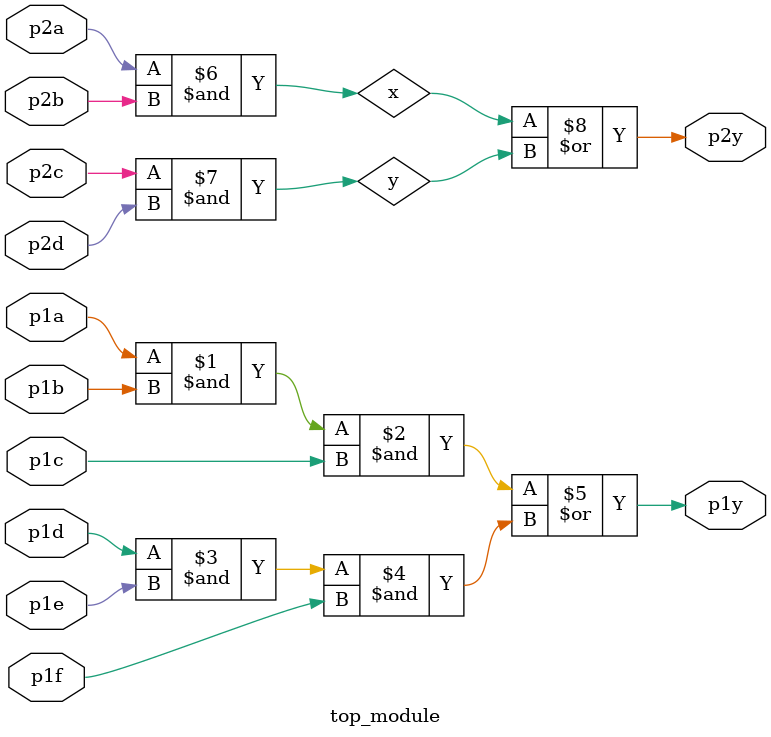
<source format=v>
module top_module ( 
    input p1a, p1b, p1c, p1d, p1e, p1f,
    output p1y,
    input p2a, p2b, p2c, p2d,
    output p2y );
    wire x, y;
    // Atribuição direta da função (funcional)
    assign p1y = (p1a & p1b & p1c) | (p1d & p1e & p1f);
    // Usando primitivas da linguagem 
    and (x, p2a, p2b);
    and (y, p2c, p2d);
    or (p2y, x, y);
endmodule


</source>
